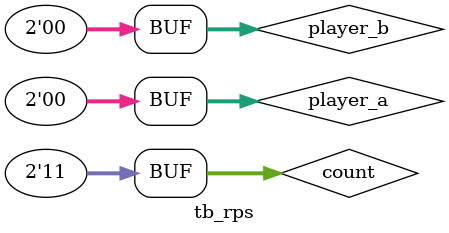
<source format=v>
`timescale 1ns/100ps 


module tb_rps();
   reg   [1:0] player_a;
   reg   [1:0] player_b;
   wire        player_a_wins_struct, player_a_wins_cont, player_a_wins_equiv;
   wire        player_b_wins_struct, player_b_wins_cont, player_b_wins_equiv;
   wire        tie_game_struct, tie_game_cont, tie_game_equiv;
   
   reg   [1:0] count;

   rps_struct DUT0(player_a, player_b, player_a_wins_struct, player_b_wins_struct, tie_game_struct);
   rps_cont   DUT1(player_a, player_b, player_a_wins_cont, player_b_wins_cont, tie_game_cont);

// Evaluate Equivalence of each output wire.
    assign player_a_wins_equiv = player_a_wins_cont ^~ player_a_wins_struct;
    assign player_b_wins_equiv = player_b_wins_cont ^~ player_b_wins_struct;
    assign tie_game_equiv      = tie_game_cont ^~ tie_game_struct;

// Test input waveform - defined as an initial block (procedure)

   initial begin
      player_a = 2'b11;
      #60;
      player_a = 2'b10;
      #60;
      player_a = 2'b00;
      #60;
   end

   initial begin
      for(count = 0; count < 3; count = count + 1) begin
	    player_b = 2'b11;
        #20;
        player_b = 2'b10;
        #20;
        player_b = 2'b00;
        #20;
   	  end
   end
endmodule

</source>
